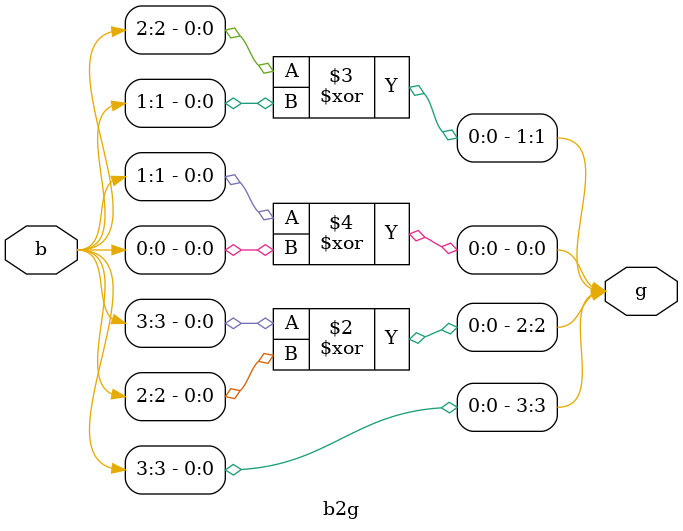
<source format=v>
module bg(input[3:0] a,output[3:0] b);
assign b=a^(a>>1);
endmodule

// 
module b2g (input  [3:0] b,output reg [3:0] g);
always @(*) begin
    g[3] = b[3];
    g[2] = b[3] ^ b[2];
    g[1] = b[2] ^ b[1];
    g[0] = b[1] ^ b[0];
end
endmodule


</source>
